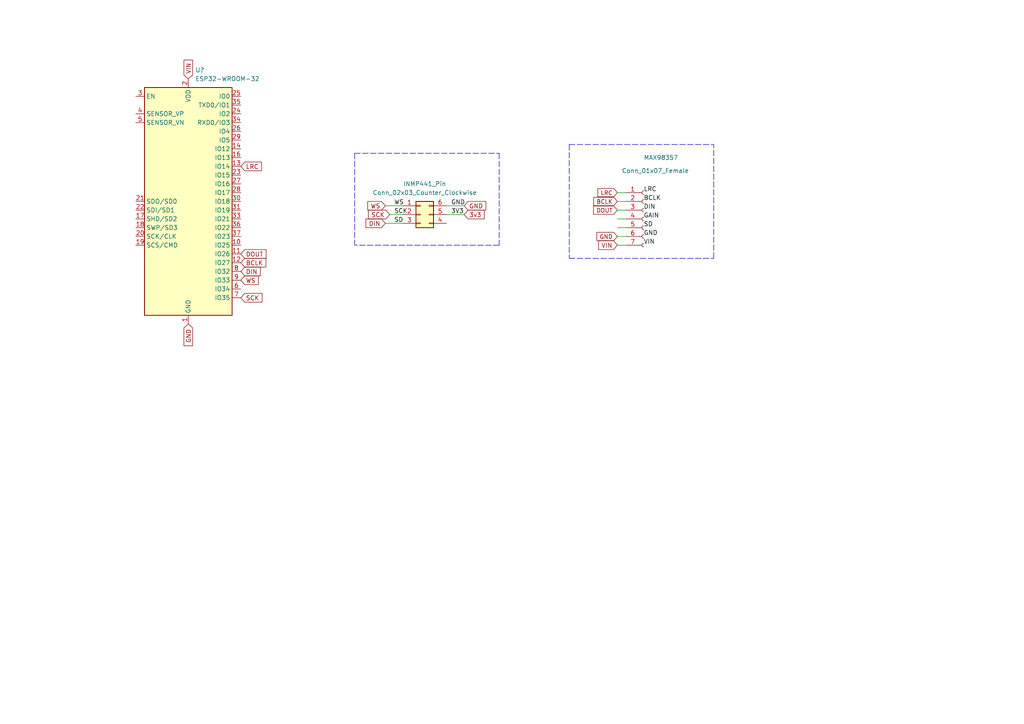
<source format=kicad_sch>
(kicad_sch (version 20211123) (generator eeschema)
  (paper "A4")
  (lib_symbols
    (symbol "Connector:Conn_01x07_Female" (pin_names (offset 1.016) hide)
      (property "Reference" "J" (at 0 10.16 0))
      (property "Value" "Conn_01x07_Female" (at 0 -10.16 0))
      (symbol "Conn_01x07_Female_1_1"
        (arc (start 0 -7.112) (mid -0.508 -7.62) (end 0 -8.128) (stroke (width 0.1524)))
        (arc (start 0 -4.572) (mid -0.508 -5.08) (end 0 -5.588) (stroke (width 0.1524)))
        (arc (start 0 -2.032) (mid -0.508 -2.54) (end 0 -3.048) (stroke (width 0.1524)))
        (polyline (pts (xy -1.27 -7.62) (xy -0.508 -7.62)) (stroke (width 0.1524)))
        (polyline (pts (xy -1.27 -5.08) (xy -0.508 -5.08)) (stroke (width 0.1524)))
        (polyline (pts (xy -1.27 -2.54) (xy -0.508 -2.54)) (stroke (width 0.1524)))
        (polyline (pts (xy -1.27 0) (xy -0.508 0)) (stroke (width 0.1524)))
        (polyline (pts (xy -1.27 2.54) (xy -0.508 2.54)) (stroke (width 0.1524)))
        (polyline (pts (xy -1.27 5.08) (xy -0.508 5.08)) (stroke (width 0.1524)))
        (polyline (pts (xy -1.27 7.62) (xy -0.508 7.62)) (stroke (width 0.1524)))
        (arc (start 0 0.508) (mid -0.508 0) (end 0 -0.508) (stroke (width 0.1524)))
        (arc (start 0 3.048) (mid -0.508 2.54) (end 0 2.032) (stroke (width 0.1524)))
        (arc (start 0 5.588) (mid -0.508 5.08) (end 0 4.572) (stroke (width 0.1524)))
        (arc (start 0 8.128) (mid -0.508 7.62) (end 0 7.112) (stroke (width 0.1524)))
        (pin passive line (at -5.08 7.62 0) (length 3.81) (name "Pin_1") (number "1"))
        (pin passive line (at -5.08 5.08 0) (length 3.81) (name "Pin_2") (number "2"))
        (pin passive line (at -5.08 2.54 0) (length 3.81) (name "Pin_3") (number "3"))
        (pin passive line (at -5.08 0 0) (length 3.81) (name "Pin_4") (number "4"))
        (pin passive line (at -5.08 -2.54 0) (length 3.81) (name "Pin_5") (number "5"))
        (pin passive line (at -5.08 -5.08 0) (length 3.81) (name "Pin_6") (number "6"))
        (pin passive line (at -5.08 -7.62 0) (length 3.81) (name "Pin_7") (number "7"))
      )
    )
    (symbol "Connector_Generic:Conn_02x03_Counter_Clockwise" (pin_names (offset 1.016) hide)
      (property "Reference" "J" (at 1.27 5.08 0))
      (property "Value" "Conn_02x03_Counter_Clockwise" (at 1.27 -5.08 0))
      (symbol "Conn_02x03_Counter_Clockwise_1_1"
        (rectangle (start -1.27 -2.413) (end 0 -2.667) (stroke (width 0.1524)))
        (rectangle (start -1.27 0.127) (end 0 -0.127) (stroke (width 0.1524)))
        (rectangle (start -1.27 2.667) (end 0 2.413) (stroke (width 0.1524)))
        (rectangle (start -1.27 3.81) (end 3.81 -3.81) (stroke (width 0.254)) (fill (type background)))
        (rectangle (start 3.81 -2.413) (end 2.54 -2.667) (stroke (width 0.1524)))
        (rectangle (start 3.81 0.127) (end 2.54 -0.127) (stroke (width 0.1524)))
        (rectangle (start 3.81 2.667) (end 2.54 2.413) (stroke (width 0.1524)))
        (pin passive line (at -5.08 2.54 0) (length 3.81) (name "Pin_1") (number "1"))
        (pin passive line (at -5.08 0 0) (length 3.81) (name "Pin_2") (number "2"))
        (pin passive line (at -5.08 -2.54 0) (length 3.81) (name "Pin_3") (number "3"))
        (pin passive line (at 7.62 -2.54 180) (length 3.81) (name "Pin_4") (number "4"))
        (pin passive line (at 7.62 0 180) (length 3.81) (name "Pin_5") (number "5"))
        (pin passive line (at 7.62 2.54 180) (length 3.81) (name "Pin_6") (number "6"))
      )
    )
    (symbol "RF_Module:ESP32-WROOM-32"
      (property "Reference" "U" (at -12.7 34.29 0))
      (property "Value" "ESP32-WROOM-32" (at 1.27 34.29 0))
      (symbol "ESP32-WROOM-32_0_1"
        (rectangle (start -12.7 33.02) (end 12.7 -33.02) (stroke (width 0.254)) (fill (type background)))
      )
      (symbol "ESP32-WROOM-32_1_1"
        (pin power_in line (at 0 -35.56 90) (length 2.54) (name "GND") (number "1"))
        (pin bidirectional line (at 15.24 -12.7 180) (length 2.54) (name "IO25") (number "10"))
        (pin bidirectional line (at 15.24 -15.24 180) (length 2.54) (name "IO26") (number "11"))
        (pin bidirectional line (at 15.24 -17.78 180) (length 2.54) (name "IO27") (number "12"))
        (pin bidirectional line (at 15.24 10.16 180) (length 2.54) (name "IO14") (number "13"))
        (pin bidirectional line (at 15.24 15.24 180) (length 2.54) (name "IO12") (number "14"))
        (pin passive line (at 0 -35.56 90) (length 2.54) hide (name "GND") (number "15"))
        (pin bidirectional line (at 15.24 12.7 180) (length 2.54) (name "IO13") (number "16"))
        (pin bidirectional line (at -15.24 -5.08 0) (length 2.54) (name "SHD/SD2") (number "17"))
        (pin bidirectional line (at -15.24 -7.62 0) (length 2.54) (name "SWP/SD3") (number "18"))
        (pin bidirectional line (at -15.24 -12.7 0) (length 2.54) (name "SCS/CMD") (number "19"))
        (pin power_in line (at 0 35.56 270) (length 2.54) (name "VDD") (number "2"))
        (pin bidirectional line (at -15.24 -10.16 0) (length 2.54) (name "SCK/CLK") (number "20"))
        (pin bidirectional line (at -15.24 0 0) (length 2.54) (name "SDO/SD0") (number "21"))
        (pin bidirectional line (at -15.24 -2.54 0) (length 2.54) (name "SDI/SD1") (number "22"))
        (pin bidirectional line (at 15.24 7.62 180) (length 2.54) (name "IO15") (number "23"))
        (pin bidirectional line (at 15.24 25.4 180) (length 2.54) (name "IO2") (number "24"))
        (pin bidirectional line (at 15.24 30.48 180) (length 2.54) (name "IO0") (number "25"))
        (pin bidirectional line (at 15.24 20.32 180) (length 2.54) (name "IO4") (number "26"))
        (pin bidirectional line (at 15.24 5.08 180) (length 2.54) (name "IO16") (number "27"))
        (pin bidirectional line (at 15.24 2.54 180) (length 2.54) (name "IO17") (number "28"))
        (pin bidirectional line (at 15.24 17.78 180) (length 2.54) (name "IO5") (number "29"))
        (pin input line (at -15.24 30.48 0) (length 2.54) (name "EN") (number "3"))
        (pin bidirectional line (at 15.24 0 180) (length 2.54) (name "IO18") (number "30"))
        (pin bidirectional line (at 15.24 -2.54 180) (length 2.54) (name "IO19") (number "31"))
        (pin no_connect line (at -12.7 -27.94 0) (length 2.54) hide (name "NC") (number "32"))
        (pin bidirectional line (at 15.24 -5.08 180) (length 2.54) (name "IO21") (number "33"))
        (pin bidirectional line (at 15.24 22.86 180) (length 2.54) (name "RXD0/IO3") (number "34"))
        (pin bidirectional line (at 15.24 27.94 180) (length 2.54) (name "TXD0/IO1") (number "35"))
        (pin bidirectional line (at 15.24 -7.62 180) (length 2.54) (name "IO22") (number "36"))
        (pin bidirectional line (at 15.24 -10.16 180) (length 2.54) (name "IO23") (number "37"))
        (pin passive line (at 0 -35.56 90) (length 2.54) hide (name "GND") (number "38"))
        (pin passive line (at 0 -35.56 90) (length 2.54) hide (name "GND") (number "39"))
        (pin input line (at -15.24 25.4 0) (length 2.54) (name "SENSOR_VP") (number "4"))
        (pin input line (at -15.24 22.86 0) (length 2.54) (name "SENSOR_VN") (number "5"))
        (pin input line (at 15.24 -25.4 180) (length 2.54) (name "IO34") (number "6"))
        (pin input line (at 15.24 -27.94 180) (length 2.54) (name "IO35") (number "7"))
        (pin bidirectional line (at 15.24 -20.32 180) (length 2.54) (name "IO32") (number "8"))
        (pin bidirectional line (at 15.24 -22.86 180) (length 2.54) (name "IO33") (number "9"))
      )
    )
  )
  (wire (pts (xy 129.54 62.23) (xy 134.62 62.23)))
  (polyline (pts (xy 144.78 44.45) (xy 144.78 71.12)))
  (polyline (pts (xy 102.87 44.45) (xy 102.87 71.12)))
  (wire (pts (xy 179.07 63.5) (xy 181.61 63.5)))
  (polyline (pts (xy 144.78 71.12) (xy 102.87 71.12)))
  (wire (pts (xy 179.07 68.58) (xy 181.61 68.58)))
  (wire (pts (xy 129.54 59.69) (xy 134.62 59.69)))
  (wire (pts (xy 179.07 60.96) (xy 181.61 60.96)))
  (polyline (pts (xy 207.01 74.93) (xy 207.01 41.91)))
  (wire (pts (xy 113.03 62.23) (xy 116.84 62.23)))
  (wire (pts (xy 179.07 55.88) (xy 181.61 55.88)))
  (polyline (pts (xy 165.1 74.93) (xy 207.01 74.93)))
  (polyline (pts (xy 165.1 41.91) (xy 207.01 41.91)))
  (wire (pts (xy 179.07 66.04) (xy 181.61 66.04)))
  (polyline (pts (xy 102.87 44.45) (xy 144.78 44.45)))
  (wire (pts (xy 179.07 58.42) (xy 181.61 58.42)))
  (wire (pts (xy 111.76 64.77) (xy 116.84 64.77)))
  (wire (pts (xy 179.07 71.12) (xy 181.61 71.12)))
  (polyline (pts (xy 165.1 41.91) (xy 165.1 74.93)))
  (wire (pts (xy 111.76 59.69) (xy 116.84 59.69)))
  (label "DIN" (at 186.69 60.96 0))
  (label "3V3" (at 130.81 62.23 0))
  (label "GAIN" (at 186.69 63.5 0))
  (label "WS" (at 114.3 59.69 0))
  (label "BCLK" (at 186.69 58.42 0))
  (label "SD" (at 114.3 64.77 0))
  (label "SCK" (at 114.3 62.23 0))
  (label "GND" (at 186.69 68.58 0))
  (label "LRC" (at 186.69 55.88 0))
  (label "GND" (at 130.81 59.69 0))
  (label "SD" (at 186.69 66.04 0))
  (label "VIN" (at 186.69 71.12 0))
  (global_label "BCLK" (shape input) (at 179.07 58.42 180) (effects (font (size 1.2 1.2))) (property "Intersheet References" "${INTERSHEET_REFS}" (effects hide)))
  (global_label "SCK" (shape input) (at 69.85 86.36 0) (property "Intersheet References" "${INTERSHEET_REFS}" (effects hide)))
  (global_label "SCK" (shape input) (at 113.03 62.23 180) (property "Intersheet References" "${INTERSHEET_REFS}" (effects hide)))
  (global_label "BCLK" (shape input) (at 69.85 76.2 0) (property "Intersheet References" "${INTERSHEET_REFS}" (effects hide)))
  (global_label "WS" (shape input) (at 69.85 81.28 0) (property "Intersheet References" "${INTERSHEET_REFS}" (effects hide)))
  (global_label "DIN" (shape input) (at 111.76 64.77 180) (property "Intersheet References" "${INTERSHEET_REFS}" (effects hide)))
  (global_label "DOUT" (shape input) (at 69.85 73.66 0) (property "Intersheet References" "${INTERSHEET_REFS}" (effects hide)))
  (global_label "DOUT" (shape input) (at 179.07 60.96 180) (effects (font (size 1.2 1.2))) (property "Intersheet References" "${INTERSHEET_REFS}" (effects hide)))
  (global_label "LRC" (shape input) (at 69.85 48.26 0) (property "Intersheet References" "${INTERSHEET_REFS}" (effects hide)))
  (global_label "LRC" (shape input) (at 179.07 55.88 180) (effects (font (size 1.2 1.2))) (property "Intersheet References" "${INTERSHEET_REFS}" (effects hide)))
  (global_label "VIN" (shape input) (at 179.07 71.12 180) (property "Intersheet References" "${INTERSHEET_REFS}" (effects hide)))
  (global_label "GND" (shape input) (at 134.62 59.69 0) (property "Intersheet References" "${INTERSHEET_REFS}" (effects hide)))
  (global_label "DIN" (shape input) (at 69.85 78.74 0) (property "Intersheet References" "${INTERSHEET_REFS}" (effects hide)))
  (global_label "WS" (shape input) (at 111.76 59.69 180) (property "Intersheet References" "${INTERSHEET_REFS}" (effects hide)))
  (global_label "GND" (shape input) (at 54.61 93.98 270) (property "Intersheet References" "${INTERSHEET_REFS}" (effects hide)))
  (global_label "GND" (shape input) (at 179.07 68.58 180) (effects (font (size 1.2 1.2))) (property "Intersheet References" "${INTERSHEET_REFS}" (effects hide)))
  (global_label "3v3" (shape input) (at 134.62 62.23 0) (property "Intersheet References" "${INTERSHEET_REFS}" (effects hide)))
  (global_label "VIN" (shape input) (at 54.61 22.86 90) (property "Intersheet References" "${INTERSHEET_REFS}" (effects hide)))
  (symbol (lib_id "RF_Module:ESP32-WROOM-32") (at 54.61 58.42 0) (unit 1)
    (property "Reference" "U?" (at 56.6294 20.32 0) (effects (justify left)))
    (property "Value" "ESP32-WROOM-32" (at 56.6294 22.86 0) (effects (justify left)))
    (property "Footprint" "RF_Module:ESP32-WROOM-32" (effects hide))
    (property "Datasheet" "https://www.espressif.com/sites/default/files/documentation/esp32-wroom-32_datasheet_en.pdf" (effects hide))
  )
  (symbol (lib_id "Connector_Generic:Conn_02x03_Counter_Clockwise") (at 121.92 62.23 0) (unit 1)
    (property "Reference" "INMP441_Pin" (at 123.19 53.34 0))
    (property "Value" "Conn_02x03_Counter_Clockwise" (at 123.19 55.88 0))
  )
  (symbol (lib_id "Connector:Conn_01x07_Female") (at 186.69 63.5 0) (unit 1)
    (property "Reference" "MAX98357" (at 186.69 45.72 0) (effects (justify left)))
    (property "Value" "Conn_01x07_Female" (at 180.34 49.53 0) (effects (justify left)))
    (property "Footprint" "Connector_Wire:SolderWire-0.25sqmm_1x02_P4.5mm_D0.65mm_OD2mm" (effects hide))
  )
)
</source>
